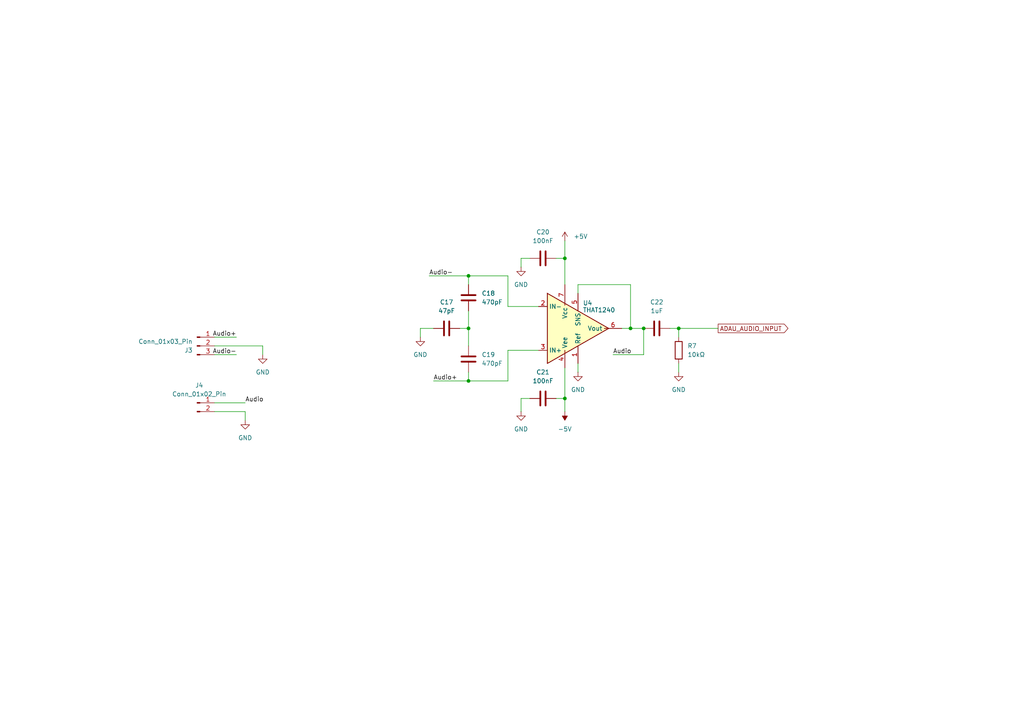
<source format=kicad_sch>
(kicad_sch (version 20250114) (generator "eeschema") (generator_version "9.0")
  (paper "A4")
  (title_block (title "${TITLE_BLOCK_PROJECT_NAME}") (date "${TITLE_BLOCK_DATE}") (rev "${TITLE_BLOCK_REVISION}") (company "${TITLE_BLOCK_AUTHOR}") (comment 1 "${TITLE_BLOCK_REPOSITORY}") (comment 8 "${TITLE_BLOCK_PROJECT_NAME_SHORT}") (comment 9 "${TITLE_BLOCK_BASE_REPOSITORY}"))
  (lib_symbols
    (symbol "Connector:Conn_01x02_Pin" (pin_names (offset 1.016) (hide yes))
      (property "Reference" "J" (at 0 2.54 0))
      (property "Value" "Conn_01x02_Pin" (at 0 -5.08 0))
      (symbol "Conn_01x02_Pin_1_1"
        (rectangle (start 0.8636 0.127) (end 0 -0.127) (stroke (width 0.1524)) (fill (type outline)))
        (rectangle (start 0.8636 -2.413) (end 0 -2.667) (stroke (width 0.1524)) (fill (type outline)))
        (polyline (pts (xy 1.27 0) (xy 0.8636 0)) (stroke (width 0.1524)))
        (polyline (pts (xy 1.27 -2.54) (xy 0.8636 -2.54)) (stroke (width 0.1524)))
        (pin passive line (at 5.08 0 180) (length 3.81) (name "Pin_1") (number "1"))
        (pin passive line (at 5.08 -2.54 180) (length 3.81) (name "Pin_2") (number "2"))
      )
    )
    (symbol "Connector:Conn_01x03_Pin" (pin_names (offset 1.016) (hide yes))
      (property "Reference" "J" (at 0 5.08 0))
      (property "Value" "Conn_01x03_Pin" (at 0 -5.08 0))
      (symbol "Conn_01x03_Pin_1_1"
        (rectangle (start 0.8636 2.667) (end 0 2.413) (stroke (width 0.1524)) (fill (type outline)))
        (rectangle (start 0.8636 0.127) (end 0 -0.127) (stroke (width 0.1524)) (fill (type outline)))
        (rectangle (start 0.8636 -2.413) (end 0 -2.667) (stroke (width 0.1524)) (fill (type outline)))
        (polyline (pts (xy 1.27 2.54) (xy 0.8636 2.54)) (stroke (width 0.1524)))
        (polyline (pts (xy 1.27 0) (xy 0.8636 0)) (stroke (width 0.1524)))
        (polyline (pts (xy 1.27 -2.54) (xy 0.8636 -2.54)) (stroke (width 0.1524)))
        (pin passive line (at 5.08 2.54 180) (length 3.81) (name "Pin_1") (number "1"))
        (pin passive line (at 5.08 0 180) (length 3.81) (name "Pin_2") (number "2"))
        (pin passive line (at 5.08 -2.54 180) (length 3.81) (name "Pin_3") (number "3"))
      )
    )
    (symbol "Device:C" (pin_numbers (hide yes)) (pin_names (offset 0.254))
      (property "Reference" "C" (at 0.635 2.54 0))
      (property "Value" "C" (at 0.635 -2.54 0))
      (symbol "C_0_1"
        (polyline (pts (xy -2.032 0.762) (xy 2.032 0.762)) (stroke (width 0.508)))
        (polyline (pts (xy -2.032 -0.762) (xy 2.032 -0.762)) (stroke (width 0.508)))
      )
      (symbol "C_1_1"
        (pin passive line (at 0 3.81 270) (length 2.794) (name "~") (number "1"))
        (pin passive line (at 0 -3.81 90) (length 2.794) (name "~") (number "2"))
      )
    )
    (symbol "Device:R" (pin_numbers (hide yes)) (pin_names (offset 0))
      (property "Reference" "R" (at 2.032 0 90))
      (property "Value" "R" (at 0 0 90))
      (symbol "R_0_1"
        (rectangle (start -1.016 -2.54) (end 1.016 2.54) (stroke (width 0.254)))
      )
      (symbol "R_1_1"
        (pin passive line (at 0 3.81 270) (length 1.27) (name "~") (number "1"))
        (pin passive line (at 0 -3.81 90) (length 1.27) (name "~") (number "2"))
      )
    )
    (symbol "balanced-receiver:THAT1240"
      (property "Reference" "U" (at 1.27 7.62 0))
      (property "Value" "THAT1240" (at 5.08 10.16 0))
      (symbol "THAT1240_0_1"
        (polyline (pts (xy -7.62 10.16) (xy -7.62 -10.16) (xy 10.16 0) (xy -7.62 10.16)) (stroke (width 0.254)) (fill (type background)))
      )
      (symbol "THAT1240_1_1"
        (pin input line (at -10.16 6.35 0) (length 2.54) (name "IN-") (number "2"))
        (pin input line (at -10.16 -6.35 0) (length 2.54) (name "IN+") (number "3"))
        (pin power_in line (at -2.54 12.7 270) (length 6) (name "Vcc") (number "7"))
        (pin power_in line (at -2.54 -11.43 90) (length 5.08) (name "Vee") (number "4"))
        (pin input line (at 1.27 10.16 270) (length 5.08) (name "SNS") (number "5"))
        (pin input line (at 1.27 -10.16 90) (length 5.08) (name "Ref") (number "1"))
        (pin output line (at 13.97 0 180) (length 5.08) (name "Vout") (number "6"))
      )
    )
    (symbol "power:+5V" (power) (pin_numbers (hide yes)) (pin_names (offset 0) (hide yes))
      (property "Value" "+5V" (at 0 3.556 0))
      (symbol "+5V_0_1"
        (polyline (pts (xy -0.762 1.27) (xy 0 2.54)))
        (polyline (pts (xy 0 2.54) (xy 0.762 1.27)))
        (polyline (pts (xy 0 0) (xy 0 2.54)))
      )
      (symbol "+5V_1_1"
        (pin power_in line (at 0 0 90) (length 0) (name "~") (number "1"))
      )
    )
    (symbol "power:-5V" (power) (pin_numbers (hide yes)) (pin_names (offset 0) (hide yes))
      (property "Value" "-5V" (at 0 3.556 0))
      (symbol "-5V_0_0"
        (pin power_in line (at 0 0 90) (length 0) (name "~") (number "1"))
      )
      (symbol "-5V_0_1"
        (polyline (pts (xy 0 0) (xy 0 1.27) (xy 0.762 1.27) (xy 0 2.54) (xy -0.762 1.27) (xy 0 1.27)) (fill (type outline)))
      )
    )
    (symbol "power:GND" (power) (pin_numbers (hide yes)) (pin_names (offset 0) (hide yes))
      (property "Value" "GND" (at 0 -3.81 0))
      (symbol "GND_0_1"
        (polyline (pts (xy 0 0) (xy 0 -1.27) (xy 1.27 -1.27) (xy 0 -2.54) (xy -1.27 -1.27) (xy 0 -1.27)))
      )
      (symbol "GND_1_1"
        (pin power_in line (at 0 0 270) (length 0) (name "~") (number "1"))
      )
    )
  )
  (junction (at 163.83 115.57))
  (junction (at 196.85 95.25))
  (junction (at 186.69 95.25))
  (junction (at 135.89 110.49))
  (junction (at 135.89 80.01))
  (junction (at 163.83 74.93))
  (junction (at 182.88 95.25))
  (junction (at 135.89 95.25))
  (wire (pts (xy 163.83 115.57) (xy 161.29 115.57)))
  (wire (pts (xy 186.69 102.87) (xy 186.69 95.25)))
  (wire (pts (xy 121.92 95.25) (xy 125.73 95.25)))
  (wire (pts (xy 135.89 95.25) (xy 135.89 90.17)))
  (wire (pts (xy 196.85 95.25) (xy 208.28 95.25)))
  (wire (pts (xy 163.83 106.68) (xy 163.83 115.57)))
  (wire (pts (xy 68.58 97.79) (xy 62.23 97.79)))
  (wire (pts (xy 135.89 80.01) (xy 147.32 80.01)))
  (wire (pts (xy 62.23 116.84) (xy 71.12 116.84)))
  (wire (pts (xy 177.8 102.87) (xy 186.69 102.87)))
  (wire (pts (xy 125.73 110.49) (xy 135.89 110.49)))
  (wire (pts (xy 163.83 74.93) (xy 161.29 74.93)))
  (wire (pts (xy 121.92 95.25) (xy 121.92 97.79)))
  (wire (pts (xy 135.89 110.49) (xy 147.32 110.49)))
  (wire (pts (xy 167.64 85.09) (xy 167.64 82.55)))
  (wire (pts (xy 147.32 88.9) (xy 156.21 88.9)))
  (wire (pts (xy 76.2 100.33) (xy 76.2 102.87)))
  (wire (pts (xy 196.85 95.25) (xy 194.31 95.25)))
  (wire (pts (xy 180.34 95.25) (xy 182.88 95.25)))
  (wire (pts (xy 124.46 80.01) (xy 135.89 80.01)))
  (wire (pts (xy 135.89 80.01) (xy 135.89 82.55)))
  (wire (pts (xy 135.89 95.25) (xy 135.89 100.33)))
  (wire (pts (xy 163.83 115.57) (xy 163.83 119.38)))
  (wire (pts (xy 133.35 95.25) (xy 135.89 95.25)))
  (wire (pts (xy 196.85 105.41) (xy 196.85 107.95)))
  (wire (pts (xy 182.88 95.25) (xy 186.69 95.25)))
  (wire (pts (xy 71.12 121.92) (xy 71.12 119.38)))
  (wire (pts (xy 163.83 69.85) (xy 163.83 74.93)))
  (wire (pts (xy 151.13 74.93) (xy 153.67 74.93)))
  (wire (pts (xy 71.12 119.38) (xy 62.23 119.38)))
  (wire (pts (xy 167.64 82.55) (xy 182.88 82.55)))
  (wire (pts (xy 167.64 105.41) (xy 167.64 107.95)))
  (wire (pts (xy 147.32 80.01) (xy 147.32 88.9)))
  (wire (pts (xy 163.83 74.93) (xy 163.83 82.55)))
  (wire (pts (xy 151.13 74.93) (xy 151.13 77.47)))
  (wire (pts (xy 135.89 107.95) (xy 135.89 110.49)))
  (wire (pts (xy 182.88 82.55) (xy 182.88 95.25)))
  (wire (pts (xy 147.32 101.6) (xy 156.21 101.6)))
  (wire (pts (xy 151.13 115.57) (xy 151.13 119.38)))
  (wire (pts (xy 68.58 102.87) (xy 62.23 102.87)))
  (wire (pts (xy 147.32 110.49) (xy 147.32 101.6)))
  (wire (pts (xy 151.13 115.57) (xy 153.67 115.57)))
  (wire (pts (xy 62.23 100.33) (xy 76.2 100.33)))
  (wire (pts (xy 196.85 97.79) (xy 196.85 95.25)))
  (label "Audio+" (at 68.58 97.79 180))
  (label "Audio" (at 71.12 116.84 0))
  (label "Audio-" (at 124.46 80.01 0))
  (label "Audio+" (at 125.73 110.49 0))
  (label "Audio" (at 177.8 102.87 0))
  (label "Audio-" (at 68.58 102.87 180))
  (global_label "ADAU_AUDIO_INPUT" (shape output) (at 208.28 95.25 0) (property "Intersheetrefs" "${INTERSHEET_REFS}" (effects (hide yes))))
  (symbol (lib_id "power:GND") (at 71.12 121.92 0) (mirror y) (unit 1)
    (property "Reference" "#PWR024" (effects (hide yes)))
    (property "Value" "GND" (at 71.12 127 0))
    (property "Description" "Power symbol creates a global label with name \"GND\" , ground" (effects (hide yes)))
  )
  (symbol (lib_id "Device:C") (at 135.89 86.36 0) (mirror y) (unit 1)
    (property "Reference" "C18" (at 139.7 85.0899 0) (effects (justify right)))
    (property "Value" "470pF" (at 139.7 87.6299 0) (effects (justify right)))
    (property "Footprint" "Capacitor_SMD:C_0805_2012Metric_Pad1.18x1.45mm_HandSolder" (effects (hide yes)))
    (property "Description" "Unpolarized capacitor" (effects (hide yes)))
  )
  (symbol (lib_id "power:GND") (at 151.13 119.38 0) (mirror y) (unit 1)
    (property "Reference" "#PWR028" (effects (hide yes)))
    (property "Value" "GND" (at 151.13 124.46 0))
    (property "Description" "Power symbol creates a global label with name \"GND\" , ground" (effects (hide yes)))
  )
  (symbol (lib_id "power:GND") (at 76.2 102.87 0) (mirror y) (unit 1)
    (property "Reference" "#PWR025" (effects (hide yes)))
    (property "Value" "GND" (at 76.2 107.95 0))
    (property "Description" "Power symbol creates a global label with name \"GND\" , ground" (effects (hide yes)))
  )
  (symbol (lib_id "power:+5V") (at 163.83 69.85 0) (mirror y) (unit 1)
    (property "Reference" "#PWR029" (effects (hide yes)))
    (property "Value" "+5V" (at 166.37 68.5799 0) (effects (justify right)))
    (property "Description" "Power symbol creates a global label with name \"+5V\"" (effects (hide yes)))
  )
  (symbol (lib_id "power:GND") (at 121.92 97.79 0) (mirror y) (unit 1)
    (property "Reference" "#PWR026" (effects (hide yes)))
    (property "Value" "GND" (at 121.92 102.87 0))
    (property "Description" "Power symbol creates a global label with name \"GND\" , ground" (effects (hide yes)))
  )
  (symbol (lib_id "Device:C") (at 157.48 115.57 270) (mirror x) (unit 1)
    (property "Reference" "C21" (at 157.48 107.95 90))
    (property "Value" "100nF" (at 157.48 110.49 90))
    (property "Footprint" "Capacitor_SMD:C_0805_2012Metric_Pad1.18x1.45mm_HandSolder" (effects (hide yes)))
    (property "Description" "Unpolarized capacitor" (effects (hide yes)))
  )
  (symbol (lib_id "Device:C") (at 157.48 74.93 270) (mirror x) (unit 1)
    (property "Reference" "C20" (at 157.48 67.31 90))
    (property "Value" "100nF" (at 157.48 69.85 90))
    (property "Footprint" "Capacitor_SMD:C_0805_2012Metric_Pad1.18x1.45mm_HandSolder" (effects (hide yes)))
    (property "Description" "Unpolarized capacitor" (effects (hide yes)))
  )
  (symbol (lib_id "power:-5V") (at 163.83 119.38 0) (mirror x) (unit 1)
    (property "Reference" "#PWR030" (effects (hide yes)))
    (property "Value" "-5V" (at 163.83 124.46 0))
    (property "Description" "Power symbol creates a global label with name \"-5V\"" (effects (hide yes)))
  )
  (symbol (lib_id "power:GND") (at 167.64 107.95 0) (mirror y) (unit 1)
    (property "Reference" "#PWR031" (effects (hide yes)))
    (property "Value" "GND" (at 167.64 113.03 0))
    (property "Description" "Power symbol creates a global label with name \"GND\" , ground" (effects (hide yes)))
  )
  (symbol (lib_id "Device:C") (at 129.54 95.25 90) (mirror x) (unit 1)
    (property "Reference" "C17" (at 129.54 87.63 90))
    (property "Value" "47pF" (at 129.54 90.17 90))
    (property "Footprint" "Capacitor_SMD:C_0805_2012Metric_Pad1.18x1.45mm_HandSolder" (effects (hide yes)))
    (property "Description" "Unpolarized capacitor" (effects (hide yes)))
  )
  (symbol (lib_id "Device:C") (at 135.89 104.14 0) (mirror y) (unit 1)
    (property "Reference" "C19" (at 139.7 102.8699 0) (effects (justify right)))
    (property "Value" "470pF" (at 139.7 105.4099 0) (effects (justify right)))
    (property "Footprint" "Capacitor_SMD:C_0805_2012Metric_Pad1.18x1.45mm_HandSolder" (effects (hide yes)))
    (property "Description" "Unpolarized capacitor" (effects (hide yes)))
  )
  (symbol (lib_id "Connector:Conn_01x03_Pin") (at 57.15 100.33 0) (unit 1)
    (property "Reference" "J3" (at 55.88 101.6001 0) (effects (justify right)))
    (property "Value" "Conn_01x03_Pin" (at 55.88 99.0601 0) (effects (justify right)))
    (property "Footprint" "Connector_JST:JST_XH_B3B-XH-A_1x03_P2.50mm_Vertical" (effects (hide yes)))
    (property "Description" "Generic connector, single row, 01x03, script generated" (effects (hide yes)))
  )
  (symbol (lib_id "power:GND") (at 151.13 77.47 0) (mirror y) (unit 1)
    (property "Reference" "#PWR027" (effects (hide yes)))
    (property "Value" "GND" (at 151.13 82.55 0))
    (property "Description" "Power symbol creates a global label with name \"GND\" , ground" (effects (hide yes)))
  )
  (symbol (lib_id "power:GND") (at 196.85 107.95 0) (mirror y) (unit 1)
    (property "Reference" "#PWR032" (effects (hide yes)))
    (property "Value" "GND" (at 196.85 113.03 0))
    (property "Description" "Power symbol creates a global label with name \"GND\" , ground" (effects (hide yes)))
  )
  (symbol (lib_id "Device:C") (at 190.5 95.25 90) (unit 1)
    (property "Reference" "C22" (at 190.5 87.63 90))
    (property "Value" "1uF" (at 190.5 90.17 90))
    (property "Footprint" "Capacitor_SMD:C_0805_2012Metric_Pad1.18x1.45mm_HandSolder" (effects (hide yes)))
    (property "Description" "Unpolarized capacitor" (effects (hide yes)))
  )
  (symbol (lib_id "Device:R") (at 196.85 101.6 0) (unit 1)
    (property "Reference" "R7" (at 199.39 100.3299 0) (effects (justify left)))
    (property "Value" "10kΩ" (at 199.39 102.8699 0) (effects (justify left)))
    (property "Footprint" "Resistor_SMD:R_0805_2012Metric_Pad1.20x1.40mm_HandSolder" (effects (hide yes)))
    (property "Description" "Resistor" (effects (hide yes)))
  )
  (symbol (lib_id "Connector:Conn_01x02_Pin") (at 57.15 116.84 0) (unit 1)
    (property "Reference" "J4" (at 57.785 111.76 0))
    (property "Value" "Conn_01x02_Pin" (at 57.785 114.3 0))
    (property "Footprint" "Connector_JST:JST_XH_B2B-XH-A_1x02_P2.50mm_Vertical" (effects (hide yes)))
    (property "Description" "Generic connector, single row, 01x02, script generated" (effects (hide yes)))
  )
  (symbol (lib_id "balanced-receiver:THAT1240") (at 166.37 95.25 0) (unit 1)
    (property "Reference" "U4" (at 170.434 87.884 0))
    (property "Value" "THAT1240" (at 173.736 89.916 0))
    (property "Footprint" "Package_SO:SOIC-8_3.9x4.9mm_P1.27mm" (effects (hide yes)))
    (property "Datasheet" "https://www.thatcorp.com/datashts/THAT_1240-Series_Datasheet.pdf" (effects (hide yes)))
    (property "Description" "Precision differential amplifiers designed primarily for use as balanced line receivers for audio applications" (effects (hide yes)))
  )
)
</source>
